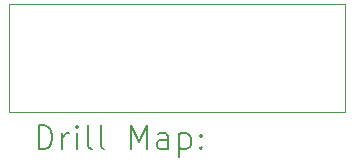
<source format=gbr>
%TF.GenerationSoftware,KiCad,Pcbnew,(6.0.11-0)*%
%TF.CreationDate,2023-11-06T07:34:27+10:00*%
%TF.ProjectId,Potentiometer Mount Type 2,506f7465-6e74-4696-9f6d-65746572204d,rev?*%
%TF.SameCoordinates,Original*%
%TF.FileFunction,Drillmap*%
%TF.FilePolarity,Positive*%
%FSLAX45Y45*%
G04 Gerber Fmt 4.5, Leading zero omitted, Abs format (unit mm)*
G04 Created by KiCad (PCBNEW (6.0.11-0)) date 2023-11-06 07:34:27*
%MOMM*%
%LPD*%
G01*
G04 APERTURE LIST*
%ADD10C,0.100000*%
%ADD11C,0.200000*%
G04 APERTURE END LIST*
D10*
X13614400Y-6807200D02*
X16459200Y-6807200D01*
X16459200Y-6807200D02*
X16459200Y-7721600D01*
X16459200Y-7721600D02*
X13614400Y-7721600D01*
X13614400Y-7721600D02*
X13614400Y-6807200D01*
D11*
X13867019Y-8037076D02*
X13867019Y-7837076D01*
X13914638Y-7837076D01*
X13943209Y-7846600D01*
X13962257Y-7865648D01*
X13971781Y-7884695D01*
X13981305Y-7922790D01*
X13981305Y-7951362D01*
X13971781Y-7989457D01*
X13962257Y-8008505D01*
X13943209Y-8027552D01*
X13914638Y-8037076D01*
X13867019Y-8037076D01*
X14067019Y-8037076D02*
X14067019Y-7903743D01*
X14067019Y-7941838D02*
X14076543Y-7922790D01*
X14086067Y-7913267D01*
X14105114Y-7903743D01*
X14124162Y-7903743D01*
X14190828Y-8037076D02*
X14190828Y-7903743D01*
X14190828Y-7837076D02*
X14181305Y-7846600D01*
X14190828Y-7856124D01*
X14200352Y-7846600D01*
X14190828Y-7837076D01*
X14190828Y-7856124D01*
X14314638Y-8037076D02*
X14295590Y-8027552D01*
X14286067Y-8008505D01*
X14286067Y-7837076D01*
X14419400Y-8037076D02*
X14400352Y-8027552D01*
X14390828Y-8008505D01*
X14390828Y-7837076D01*
X14647971Y-8037076D02*
X14647971Y-7837076D01*
X14714638Y-7979933D01*
X14781305Y-7837076D01*
X14781305Y-8037076D01*
X14962257Y-8037076D02*
X14962257Y-7932314D01*
X14952733Y-7913267D01*
X14933686Y-7903743D01*
X14895590Y-7903743D01*
X14876543Y-7913267D01*
X14962257Y-8027552D02*
X14943209Y-8037076D01*
X14895590Y-8037076D01*
X14876543Y-8027552D01*
X14867019Y-8008505D01*
X14867019Y-7989457D01*
X14876543Y-7970409D01*
X14895590Y-7960886D01*
X14943209Y-7960886D01*
X14962257Y-7951362D01*
X15057495Y-7903743D02*
X15057495Y-8103743D01*
X15057495Y-7913267D02*
X15076543Y-7903743D01*
X15114638Y-7903743D01*
X15133686Y-7913267D01*
X15143209Y-7922790D01*
X15152733Y-7941838D01*
X15152733Y-7998981D01*
X15143209Y-8018028D01*
X15133686Y-8027552D01*
X15114638Y-8037076D01*
X15076543Y-8037076D01*
X15057495Y-8027552D01*
X15238448Y-8018028D02*
X15247971Y-8027552D01*
X15238448Y-8037076D01*
X15228924Y-8027552D01*
X15238448Y-8018028D01*
X15238448Y-8037076D01*
X15238448Y-7913267D02*
X15247971Y-7922790D01*
X15238448Y-7932314D01*
X15228924Y-7922790D01*
X15238448Y-7913267D01*
X15238448Y-7932314D01*
M02*

</source>
